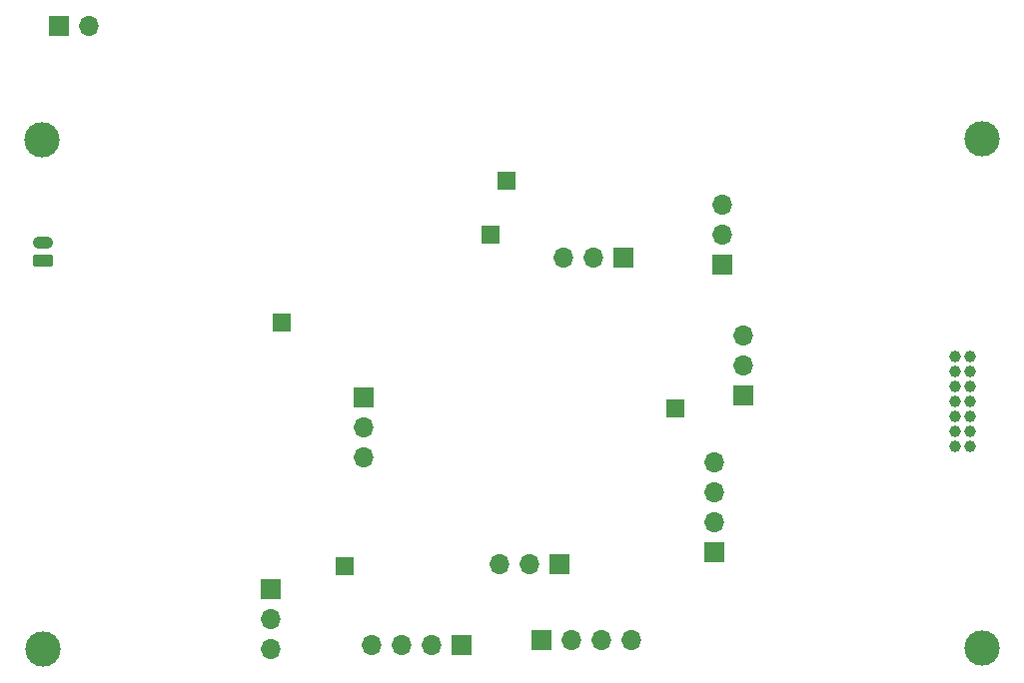
<source format=gbr>
%TF.GenerationSoftware,KiCad,Pcbnew,8.0.6*%
%TF.CreationDate,2024-12-13T11:58:04-05:00*%
%TF.ProjectId,11_9_design,31315f39-5f64-4657-9369-676e2e6b6963,v6*%
%TF.SameCoordinates,Original*%
%TF.FileFunction,Soldermask,Bot*%
%TF.FilePolarity,Negative*%
%FSLAX46Y46*%
G04 Gerber Fmt 4.6, Leading zero omitted, Abs format (unit mm)*
G04 Created by KiCad (PCBNEW 8.0.6) date 2024-12-13 11:58:04*
%MOMM*%
%LPD*%
G01*
G04 APERTURE LIST*
G04 Aperture macros list*
%AMRoundRect*
0 Rectangle with rounded corners*
0 $1 Rounding radius*
0 $2 $3 $4 $5 $6 $7 $8 $9 X,Y pos of 4 corners*
0 Add a 4 corners polygon primitive as box body*
4,1,4,$2,$3,$4,$5,$6,$7,$8,$9,$2,$3,0*
0 Add four circle primitives for the rounded corners*
1,1,$1+$1,$2,$3*
1,1,$1+$1,$4,$5*
1,1,$1+$1,$6,$7*
1,1,$1+$1,$8,$9*
0 Add four rect primitives between the rounded corners*
20,1,$1+$1,$2,$3,$4,$5,0*
20,1,$1+$1,$4,$5,$6,$7,0*
20,1,$1+$1,$6,$7,$8,$9,0*
20,1,$1+$1,$8,$9,$2,$3,0*%
G04 Aperture macros list end*
%ADD10C,3.000000*%
%ADD11C,1.000000*%
%ADD12R,1.700000X1.700000*%
%ADD13O,1.700000X1.700000*%
%ADD14RoundRect,0.250000X0.615000X-0.265000X0.615000X0.265000X-0.615000X0.265000X-0.615000X-0.265000X0*%
%ADD15O,1.730000X1.030000*%
%ADD16RoundRect,0.250000X-0.550000X-0.550000X0.550000X-0.550000X0.550000X0.550000X-0.550000X0.550000X0*%
G04 APERTURE END LIST*
D10*
%TO.C,*%
X135300000Y-88900000D03*
%TD*%
%TO.C,*%
X135300000Y-132100000D03*
%TD*%
%TO.C,*%
X55700000Y-132200000D03*
%TD*%
%TO.C,*%
X55650000Y-89050000D03*
%TD*%
D11*
%TO.C,J12*%
X134320000Y-107380000D03*
X133050000Y-107380000D03*
X134320000Y-108650000D03*
X133050000Y-108650000D03*
X134320000Y-109920000D03*
X133050000Y-109920000D03*
X134320000Y-111190000D03*
X133050000Y-111190000D03*
X134320000Y-112460000D03*
X133050000Y-112460000D03*
X134320000Y-113730000D03*
X133050000Y-113730000D03*
X134320000Y-115000000D03*
X133050000Y-115000000D03*
%TD*%
D12*
%TO.C,J5*%
X57075000Y-79350000D03*
D13*
X59615000Y-79350000D03*
%TD*%
D12*
%TO.C,J4*%
X82918300Y-110840000D03*
D13*
X82918300Y-113380000D03*
X82918300Y-115920000D03*
%TD*%
D14*
%TO.C,J11*%
X55718300Y-99280000D03*
D15*
X55718300Y-97780000D03*
%TD*%
D16*
%TO.C,J7*%
X93650000Y-97100000D03*
%TD*%
D12*
%TO.C,J1*%
X98010000Y-131450000D03*
D13*
X100550000Y-131450000D03*
X103090000Y-131450000D03*
X105630000Y-131450000D03*
%TD*%
D12*
%TO.C,J2*%
X91168300Y-131830000D03*
D13*
X88628300Y-131830000D03*
X86088300Y-131830000D03*
X83548300Y-131830000D03*
%TD*%
D12*
%TO.C,J10*%
X115068300Y-110705000D03*
D13*
X115068300Y-108165000D03*
X115068300Y-105625000D03*
%TD*%
D16*
%TO.C,J15*%
X109318300Y-111780000D03*
%TD*%
D12*
%TO.C,J6*%
X104893300Y-98980000D03*
D13*
X102353300Y-98980000D03*
X99813300Y-98980000D03*
%TD*%
D12*
%TO.C,J3*%
X112638300Y-123980000D03*
D13*
X112638300Y-121440000D03*
X112638300Y-118900000D03*
X112638300Y-116360000D03*
%TD*%
D12*
%TO.C,J23*%
X113318300Y-99605000D03*
D13*
X113318300Y-97065000D03*
X113318300Y-94525000D03*
%TD*%
D12*
%TO.C,J9*%
X99508300Y-124980000D03*
D13*
X96968300Y-124980000D03*
X94428300Y-124980000D03*
%TD*%
D16*
%TO.C,J13*%
X81268300Y-125180000D03*
%TD*%
%TO.C,J14*%
X95000000Y-92500000D03*
%TD*%
%TO.C,J8*%
X76000000Y-104550000D03*
%TD*%
D12*
%TO.C,J22*%
X75018300Y-127080000D03*
D13*
X75018300Y-129620000D03*
X75018300Y-132160000D03*
%TD*%
M02*

</source>
